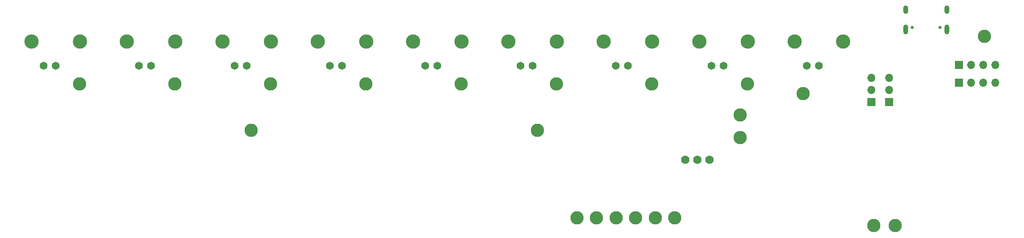
<source format=gbr>
%TF.GenerationSoftware,KiCad,Pcbnew,7.0.1*%
%TF.CreationDate,2023-03-28T01:42:18+03:00*%
%TF.ProjectId,top_controller,746f705f-636f-46e7-9472-6f6c6c65722e,rev?*%
%TF.SameCoordinates,Original*%
%TF.FileFunction,Soldermask,Bot*%
%TF.FilePolarity,Negative*%
%FSLAX46Y46*%
G04 Gerber Fmt 4.6, Leading zero omitted, Abs format (unit mm)*
G04 Created by KiCad (PCBNEW 7.0.1) date 2023-03-28 01:42:18*
%MOMM*%
%LPD*%
G01*
G04 APERTURE LIST*
%ADD10C,1.778000*%
%ADD11C,2.800000*%
%ADD12C,3.000000*%
%ADD13C,1.654000*%
%ADD14R,1.700000X1.700000*%
%ADD15O,1.700000X1.700000*%
%ADD16C,0.650000*%
%ADD17O,1.000000X2.100000*%
%ADD18O,1.000000X1.800000*%
G04 APERTURE END LIST*
D10*
%TO.C,U6*%
X177040000Y-64922400D03*
X174500000Y-64922400D03*
X171960000Y-64922400D03*
%TD*%
D11*
%TO.C,TP2*%
X211500000Y-78750000D03*
%TD*%
%TO.C,TP10*%
X105000000Y-49000000D03*
%TD*%
%TO.C,TP19*%
X161600000Y-77100000D03*
%TD*%
D12*
%TO.C,J4*%
X114920000Y-40130000D03*
X125080000Y-40130000D03*
D13*
X120000000Y-45210000D03*
X117460000Y-45210000D03*
%TD*%
D12*
%TO.C,J9*%
X194920000Y-40130000D03*
X205080000Y-40130000D03*
D13*
X200000000Y-45210000D03*
X197460000Y-45210000D03*
%TD*%
D11*
%TO.C,TP14*%
X141000000Y-58750000D03*
%TD*%
D12*
%TO.C,J1*%
X174920000Y-40130000D03*
X185080000Y-40130000D03*
D13*
X180000000Y-45210000D03*
X177460000Y-45210000D03*
%TD*%
D14*
%TO.C,J12*%
X229380000Y-48750000D03*
D15*
X231920000Y-48750000D03*
X234460000Y-48750000D03*
X237000000Y-48750000D03*
%TD*%
D11*
%TO.C,TP11*%
X85000000Y-49000000D03*
%TD*%
%TO.C,TP15*%
X234750000Y-39000000D03*
%TD*%
D12*
%TO.C,J7*%
X54920000Y-40130000D03*
X65080000Y-40130000D03*
D13*
X60000000Y-45210000D03*
X57460000Y-45210000D03*
%TD*%
D12*
%TO.C,J6*%
X74920000Y-40130000D03*
X85080000Y-40130000D03*
D13*
X80000000Y-45210000D03*
X77460000Y-45210000D03*
%TD*%
D11*
%TO.C,TP5*%
X183500000Y-55500000D03*
%TD*%
%TO.C,TP6*%
X185000000Y-49000000D03*
%TD*%
D14*
%TO.C,J11*%
X229420000Y-45000000D03*
D15*
X231960000Y-45000000D03*
X234500000Y-45000000D03*
X237040000Y-45000000D03*
%TD*%
D11*
%TO.C,TP8*%
X145000000Y-49000000D03*
%TD*%
D12*
%TO.C,J5*%
X94920000Y-40130000D03*
X105080000Y-40130000D03*
D13*
X100000000Y-45210000D03*
X97460000Y-45210000D03*
%TD*%
D11*
%TO.C,TP12*%
X65000000Y-49000000D03*
%TD*%
%TO.C,TP3*%
X196750000Y-51000000D03*
%TD*%
%TO.C,TP22*%
X81000000Y-58750000D03*
%TD*%
%TO.C,TP17*%
X165700000Y-77100000D03*
%TD*%
D16*
%TO.C,J10*%
X225390000Y-37105000D03*
X219610000Y-37105000D03*
D17*
X226820000Y-37605000D03*
D18*
X226820000Y-33425000D03*
D17*
X218180000Y-37605000D03*
D18*
X218180000Y-33425000D03*
%TD*%
D12*
%TO.C,J8*%
X34920000Y-40130000D03*
X45080000Y-40130000D03*
D13*
X40000000Y-45210000D03*
X37460000Y-45210000D03*
%TD*%
D11*
%TO.C,TP13*%
X45000000Y-49000000D03*
%TD*%
%TO.C,TP4*%
X183500000Y-60250000D03*
%TD*%
%TO.C,TP16*%
X169800000Y-77100000D03*
%TD*%
%TO.C,TP7*%
X165000000Y-49000000D03*
%TD*%
%TO.C,TP1*%
X216000000Y-78750000D03*
%TD*%
D14*
%TO.C,J13*%
X211000000Y-52830000D03*
D15*
X211000000Y-50290000D03*
X211000000Y-47750000D03*
%TD*%
D11*
%TO.C,TP18*%
X157500000Y-77100000D03*
%TD*%
%TO.C,TP20*%
X153400000Y-77100000D03*
%TD*%
%TO.C,TP9*%
X125000000Y-49000000D03*
%TD*%
D12*
%TO.C,J2*%
X154920000Y-40130000D03*
X165080000Y-40130000D03*
D13*
X160000000Y-45210000D03*
X157460000Y-45210000D03*
%TD*%
D14*
%TO.C,J14*%
X214750000Y-52845000D03*
D15*
X214750000Y-50305000D03*
X214750000Y-47765000D03*
%TD*%
D11*
%TO.C,TP21*%
X149300000Y-77100000D03*
%TD*%
D12*
%TO.C,J3*%
X134920000Y-40130000D03*
X145080000Y-40130000D03*
D13*
X140000000Y-45210000D03*
X137460000Y-45210000D03*
%TD*%
M02*

</source>
